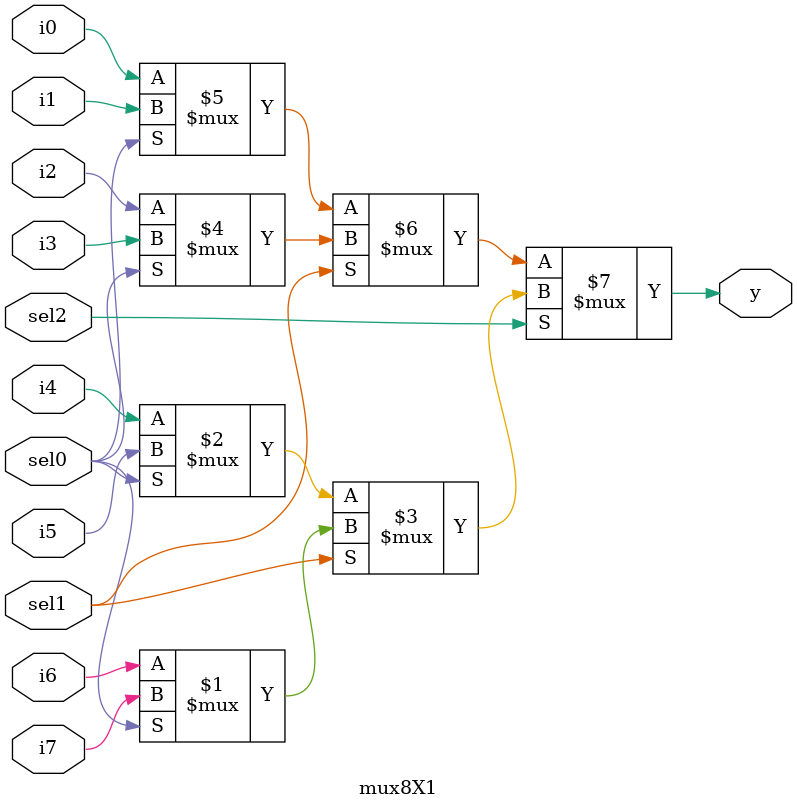
<source format=v>
module mux8X1(output y,input sel2,sel1,sel0,i0,i1,i2,i3,i4,i5,i6,i7);
assign y=sel2?(sel1?(sel0?i7:i6):(sel0?i5:i4)):(sel1?(sel0?i3:i2):(sel0?i1:i0));
endmodule                 

</source>
